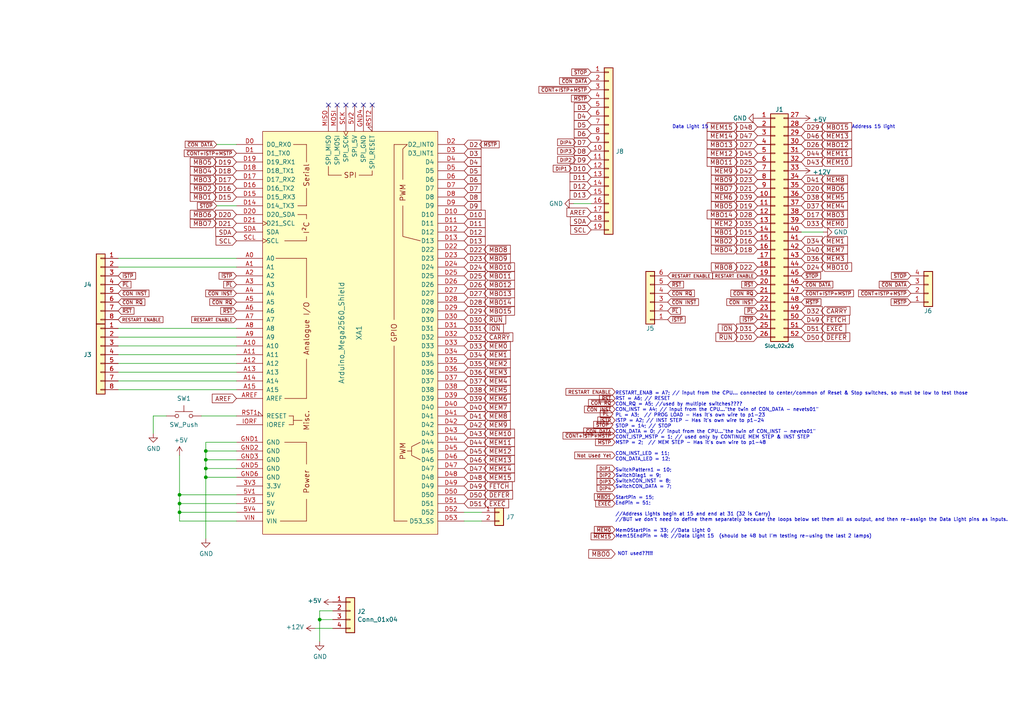
<source format=kicad_sch>
(kicad_sch (version 20230121) (generator eeschema)
  (paper "A4")
  (lib_symbols
    (symbol "Connector_Generic:Conn_01x02" (pin_names (offset 1.016) hide)
      (property "Reference" "J" (at 0 2.54 0))
      (property "Value" "Conn_01x02" (at 0 -5.08 0))
      (symbol "Conn_01x02_1_1"
        (pin passive line (at -5.08 0 0) (length 3.81) (name "Pin_1") (number "1"))
        (pin passive line (at -5.08 -2.54 0) (length 3.81) (name "Pin_2") (number "2"))
      )
    )
    (symbol "Connector_Generic:Conn_01x04" (pin_names (offset 1.016) hide)
      (property "Reference" "J" (at 0 5.08 0))
      (property "Value" "Conn_01x04" (at 0 -7.62 0))
      (symbol "Conn_01x04_1_1"
        (pin passive line (at -5.08 2.54 0) (length 3.81) (name "Pin_1") (number "1"))
        (pin passive line (at -5.08 0 0) (length 3.81) (name "Pin_2") (number "2"))
        (pin passive line (at -5.08 -2.54 0) (length 3.81) (name "Pin_3") (number "3"))
        (pin passive line (at -5.08 -5.08 0) (length 3.81) (name "Pin_4") (number "4"))
      )
    )
    (symbol "Connector_Generic:Conn_01x06" (pin_names (offset 1.016) hide)
      (property "Reference" "J" (at 0 7.62 0))
      (property "Value" "Conn_01x06" (at 0 -10.16 0))
      (symbol "Conn_01x06_1_1"
        (pin passive line (at -5.08 5.08 0) (length 3.81) (name "Pin_1") (number "1"))
        (pin passive line (at -5.08 2.54 0) (length 3.81) (name "Pin_2") (number "2"))
        (pin passive line (at -5.08 0 0) (length 3.81) (name "Pin_3") (number "3"))
        (pin passive line (at -5.08 -2.54 0) (length 3.81) (name "Pin_4") (number "4"))
        (pin passive line (at -5.08 -5.08 0) (length 3.81) (name "Pin_5") (number "5"))
        (pin passive line (at -5.08 -7.62 0) (length 3.81) (name "Pin_6") (number "6"))
      )
    )
    (symbol "Connector_Generic:Conn_01x08" (pin_names (offset 1.016) hide)
      (property "Reference" "J" (at 0 10.16 0))
      (property "Value" "Conn_01x08" (at 0 -12.7 0))
      (symbol "Conn_01x08_1_1"
        (pin passive line (at -5.08 7.62 0) (length 3.81) (name "Pin_1") (number "1"))
        (pin passive line (at -5.08 5.08 0) (length 3.81) (name "Pin_2") (number "2"))
        (pin passive line (at -5.08 2.54 0) (length 3.81) (name "Pin_3") (number "3"))
        (pin passive line (at -5.08 0 0) (length 3.81) (name "Pin_4") (number "4"))
        (pin passive line (at -5.08 -2.54 0) (length 3.81) (name "Pin_5") (number "5"))
        (pin passive line (at -5.08 -5.08 0) (length 3.81) (name "Pin_6") (number "6"))
        (pin passive line (at -5.08 -7.62 0) (length 3.81) (name "Pin_7") (number "7"))
        (pin passive line (at -5.08 -10.16 0) (length 3.81) (name "Pin_8") (number "8"))
      )
    )
    (symbol "Connector_Generic:Conn_01x19" (pin_names (offset 1.016) hide)
      (property "Reference" "J" (at 0 25.4 0))
      (property "Value" "Conn_01x19" (at 0 -25.4 0))
      (symbol "Conn_01x19_1_1"
        (pin passive line (at -5.08 22.86 0) (length 3.81) (name "Pin_1") (number "1"))
        (pin passive line (at -5.08 0 0) (length 3.81) (name "Pin_10") (number "10"))
        (pin passive line (at -5.08 -2.54 0) (length 3.81) (name "Pin_11") (number "11"))
        (pin passive line (at -5.08 -5.08 0) (length 3.81) (name "Pin_12") (number "12"))
        (pin passive line (at -5.08 -7.62 0) (length 3.81) (name "Pin_13") (number "13"))
        (pin passive line (at -5.08 -10.16 0) (length 3.81) (name "Pin_14") (number "14"))
        (pin passive line (at -5.08 -12.7 0) (length 3.81) (name "Pin_15") (number "15"))
        (pin passive line (at -5.08 -15.24 0) (length 3.81) (name "Pin_16") (number "16"))
        (pin passive line (at -5.08 -17.78 0) (length 3.81) (name "Pin_17") (number "17"))
        (pin passive line (at -5.08 -20.32 0) (length 3.81) (name "Pin_18") (number "18"))
        (pin passive line (at -5.08 -22.86 0) (length 3.81) (name "Pin_19") (number "19"))
        (pin passive line (at -5.08 20.32 0) (length 3.81) (name "Pin_2") (number "2"))
        (pin passive line (at -5.08 17.78 0) (length 3.81) (name "Pin_3") (number "3"))
        (pin passive line (at -5.08 15.24 0) (length 3.81) (name "Pin_4") (number "4"))
        (pin passive line (at -5.08 12.7 0) (length 3.81) (name "Pin_5") (number "5"))
        (pin passive line (at -5.08 10.16 0) (length 3.81) (name "Pin_6") (number "6"))
        (pin passive line (at -5.08 7.62 0) (length 3.81) (name "Pin_7") (number "7"))
        (pin passive line (at -5.08 5.08 0) (length 3.81) (name "Pin_8") (number "8"))
        (pin passive line (at -5.08 2.54 0) (length 3.81) (name "Pin_9") (number "9"))
      )
    )
    (symbol "Switch:SW_Push" (pin_numbers hide) (pin_names (offset 1.016) hide)
      (property "Reference" "SW" (at 1.27 2.54 0))
      (property "Value" "SW_Push" (at 0 -1.524 0))
      (symbol "SW_Push_0_1"
        (pin passive line (at -5.08 0 0) (length 2.54) (name "1") (number "1"))
        (pin passive line (at 5.08 0 180) (length 2.54) (name "2") (number "2"))
      )
    )
    (symbol "arduino:Arduino_Mega2560_Shield" (pin_names (offset 1.016))
      (property "Reference" "XA" (at 2.54 0 90))
      (property "Value" "Arduino_Mega2560_Shield" (at -2.54 0 90))
      (symbol "Arduino_Mega2560_Shield_0_0"
        (text "Analogue I/O" (at -12.7 1.27 900) (effects (font (size 1.524 1.524))))
        (text "I²C" (at -12.7 30.48 900) (effects (font (size 1.524 1.524))))
        (text "Misc." (at -12.7 -25.4 900) (effects (font (size 1.524 1.524))))
        (text "Power" (at -12.7 -43.18 900) (effects (font (size 1.524 1.524))))
        (text "PWM" (at 15.24 -34.29 900) (effects (font (size 1.524 1.524))))
        (text "PWM" (at 15.24 40.64 900) (effects (font (size 1.524 1.524))))
        (text "Serial" (at -12.7 45.72 900) (effects (font (size 1.524 1.524))))
        (text "SPI" (at 0 45.72 0) (effects (font (size 1.524 1.524))))
      )
      (symbol "Arduino_Mega2560_Shield_1_0"
        (text "GPIO" (at 12.7 0 900) (effects (font (size 1.524 1.524))))
      )
      (symbol "Arduino_Mega2560_Shield_1_1"
        (pin power_in line (at -33.02 -44.45 0) (length 7.62) (name "3.3V") (number "3V3"))
        (pin power_in line (at -33.02 -46.99 0) (length 7.62) (name "5V") (number "5V1"))
        (pin power_in line (at 1.27 66.04 270) (length 7.62) (name "SPI_5V") (number "5V2"))
        (pin power_in line (at -33.02 -49.53 0) (length 7.62) (name "5V") (number "5V3"))
        (pin power_in line (at -33.02 -52.07 0) (length 7.62) (name "5V") (number "5V4"))
        (pin bidirectional line (at -33.02 21.59 0) (length 7.62) (name "A0") (number "A0"))
        (pin bidirectional line (at -33.02 19.05 0) (length 7.62) (name "A1") (number "A1"))
        (pin bidirectional line (at -33.02 -3.81 0) (length 7.62) (name "A10") (number "A10"))
        (pin bidirectional line (at -33.02 -6.35 0) (length 7.62) (name "A11") (number "A11"))
        (pin bidirectional line (at -33.02 -8.89 0) (length 7.62) (name "A12") (number "A12"))
        (pin bidirectional line (at -33.02 -11.43 0) (length 7.62) (name "A13") (number "A13"))
        (pin bidirectional line (at -33.02 -13.97 0) (length 7.62) (name "A14") (number "A14"))
        (pin bidirectional line (at -33.02 -16.51 0) (length 7.62) (name "A15") (number "A15"))
        (pin bidirectional line (at -33.02 16.51 0) (length 7.62) (name "A2") (number "A2"))
        (pin bidirectional line (at -33.02 13.97 0) (length 7.62) (name "A3") (number "A3"))
        (pin bidirectional line (at -33.02 11.43 0) (length 7.62) (name "A4") (number "A4"))
        (pin bidirectional line (at -33.02 8.89 0) (length 7.62) (name "A5") (number "A5"))
        (pin bidirectional line (at -33.02 6.35 0) (length 7.62) (name "A6") (number "A6"))
        (pin bidirectional line (at -33.02 3.81 0) (length 7.62) (name "A7") (number "A7"))
        (pin bidirectional line (at -33.02 1.27 0) (length 7.62) (name "A8") (number "A8"))
        (pin bidirectional line (at -33.02 -1.27 0) (length 7.62) (name "A9") (number "A9"))
        (pin input line (at -33.02 -19.05 0) (length 7.62) (name "AREF") (number "AREF"))
        (pin bidirectional line (at -33.02 54.61 0) (length 7.62) (name "D0_RX0") (number "D0"))
        (pin bidirectional line (at -33.02 52.07 0) (length 7.62) (name "D1_TX0") (number "D1"))
        (pin bidirectional line (at 33.02 34.29 180) (length 7.62) (name "D10") (number "D10"))
        (pin bidirectional line (at 33.02 31.75 180) (length 7.62) (name "D11") (number "D11"))
        (pin bidirectional line (at 33.02 29.21 180) (length 7.62) (name "D12") (number "D12"))
        (pin bidirectional line (at 33.02 26.67 180) (length 7.62) (name "D13") (number "D13"))
        (pin bidirectional line (at -33.02 36.83 0) (length 7.62) (name "D14_TX3") (number "D14"))
        (pin bidirectional line (at -33.02 39.37 0) (length 7.62) (name "D15_RX3") (number "D15"))
        (pin bidirectional line (at -33.02 41.91 0) (length 7.62) (name "D16_TX2") (number "D16"))
        (pin bidirectional line (at -33.02 44.45 0) (length 7.62) (name "D17_RX2") (number "D17"))
        (pin bidirectional line (at -33.02 46.99 0) (length 7.62) (name "D18_TX1") (number "D18"))
        (pin bidirectional line (at -33.02 49.53 0) (length 7.62) (name "D19_RX1") (number "D19"))
        (pin bidirectional line (at 33.02 54.61 180) (length 7.62) (name "D2_INT0") (number "D2"))
        (pin bidirectional line (at -33.02 34.29 0) (length 7.62) (name "D20_SDA") (number "D20"))
        (pin bidirectional clock (at -33.02 31.75 0) (length 7.62) (name "D21_SCL") (number "D21"))
        (pin bidirectional line (at 33.02 24.13 180) (length 7.62) (name "D22") (number "D22"))
        (pin bidirectional line (at 33.02 21.59 180) (length 7.62) (name "D23") (number "D23"))
        (pin bidirectional line (at 33.02 19.05 180) (length 7.62) (name "D24") (number "D24"))
        (pin bidirectional line (at 33.02 16.51 180) (length 7.62) (name "D25") (number "D25"))
        (pin bidirectional line (at 33.02 13.97 180) (length 7.62) (name "D26") (number "D26"))
        (pin bidirectional line (at 33.02 11.43 180) (length 7.62) (name "D27") (number "D27"))
        (pin bidirectional line (at 33.02 8.89 180) (length 7.62) (name "D28") (number "D28"))
        (pin bidirectional line (at 33.02 6.35 180) (length 7.62) (name "D29") (number "D29"))
        (pin bidirectional line (at 33.02 52.07 180) (length 7.62) (name "D3_INT1") (number "D3"))
        (pin bidirectional line (at 33.02 3.81 180) (length 7.62) (name "D30") (number "D30"))
        (pin bidirectional line (at 33.02 1.27 180) (length 7.62) (name "D31") (number "D31"))
        (pin bidirectional line (at 33.02 -1.27 180) (length 7.62) (name "D32") (number "D32"))
        (pin bidirectional line (at 33.02 -3.81 180) (length 7.62) (name "D33") (number "D33"))
        (pin bidirectional line (at 33.02 -6.35 180) (length 7.62) (name "D34") (number "D34"))
        (pin bidirectional line (at 33.02 -8.89 180) (length 7.62) (name "D35") (number "D35"))
        (pin bidirectional line (at 33.02 -11.43 180) (length 7.62) (name "D36") (number "D36"))
        (pin bidirectional line (at 33.02 -13.97 180) (length 7.62) (name "D37") (number "D37"))
        (pin bidirectional line (at 33.02 -16.51 180) (length 7.62) (name "D38") (number "D38"))
        (pin bidirectional line (at 33.02 -19.05 180) (length 7.62) (name "D39") (number "D39"))
        (pin bidirectional line (at 33.02 49.53 180) (length 7.62) (name "D4") (number "D4"))
        (pin bidirectional line (at 33.02 -21.59 180) (length 7.62) (name "D40") (number "D40"))
        (pin bidirectional line (at 33.02 -24.13 180) (length 7.62) (name "D41") (number "D41"))
        (pin bidirectional line (at 33.02 -26.67 180) (length 7.62) (name "D42") (number "D42"))
        (pin bidirectional line (at 33.02 -29.21 180) (length 7.62) (name "D43") (number "D43"))
        (pin bidirectional line (at 33.02 -31.75 180) (length 7.62) (name "D44") (number "D44"))
        (pin bidirectional line (at 33.02 -34.29 180) (length 7.62) (name "D45") (number "D45"))
        (pin bidirectional line (at 33.02 -36.83 180) (length 7.62) (name "D46") (number "D46"))
        (pin bidirectional line (at 33.02 -39.37 180) (length 7.62) (name "D47") (number "D47"))
        (pin bidirectional line (at 33.02 -41.91 180) (length 7.62) (name "D48") (number "D48"))
        (pin bidirectional line (at 33.02 -44.45 180) (length 7.62) (name "D49") (number "D49"))
        (pin bidirectional line (at 33.02 46.99 180) (length 7.62) (name "D5") (number "D5"))
        (pin bidirectional line (at 33.02 -46.99 180) (length 7.62) (name "D50") (number "D50"))
        (pin bidirectional line (at 33.02 -49.53 180) (length 7.62) (name "D51") (number "D51"))
        (pin bidirectional line (at 33.02 -52.07 180) (length 7.62) (name "D52") (number "D52"))
        (pin bidirectional line (at 33.02 -54.61 180) (length 7.62) (name "D53_SS") (number "D53"))
        (pin bidirectional line (at 33.02 44.45 180) (length 7.62) (name "D6") (number "D6"))
        (pin bidirectional line (at 33.02 41.91 180) (length 7.62) (name "D7") (number "D7"))
        (pin bidirectional line (at 33.02 39.37 180) (length 7.62) (name "D8") (number "D8"))
        (pin bidirectional line (at 33.02 36.83 180) (length 7.62) (name "D9") (number "D9"))
        (pin power_in line (at -33.02 -31.75 0) (length 7.62) (name "GND") (number "GND1"))
        (pin power_in line (at -33.02 -34.29 0) (length 7.62) (name "GND") (number "GND2"))
        (pin power_in line (at -33.02 -36.83 0) (length 7.62) (name "GND") (number "GND3"))
        (pin power_in line (at 3.81 66.04 270) (length 7.62) (name "SPI_GND") (number "GND4"))
        (pin power_in line (at -33.02 -39.37 0) (length 7.62) (name "GND") (number "GND5"))
        (pin power_in line (at -33.02 -41.91 0) (length 7.62) (name "GND") (number "GND6"))
        (pin output line (at -33.02 -26.67 0) (length 7.62) (name "IOREF") (number "IORF"))
        (pin input line (at -6.35 66.04 270) (length 7.62) (name "SPI_MISO") (number "MISO"))
        (pin output line (at -3.81 66.04 270) (length 7.62) (name "SPI_MOSI") (number "MOSI"))
        (pin open_collector input_low (at -33.02 -24.13 0) (length 7.62) (name "RESET") (number "RST1"))
        (pin open_collector input_low (at 6.35 66.04 270) (length 7.62) (name "SPI_RESET") (number "RST2"))
        (pin output clock (at -1.27 66.04 270) (length 7.62) (name "SPI_SCK") (number "SCK"))
        (pin bidirectional clock (at -33.02 26.67 0) (length 7.62) (name "SCL") (number "SCL"))
        (pin bidirectional line (at -33.02 29.21 0) (length 7.62) (name "SDA") (number "SDA"))
        (pin power_in line (at -33.02 -54.61 0) (length 7.62) (name "VIN") (number "VIN"))
      )
    )
    (symbol "port_nova:Slot_02x26" (pin_names (offset 1.016) hide)
      (property "Reference" "J" (at 0 34.29 0))
      (property "Value" "Slot_02x26" (at 0 -34.29 0))
      (symbol "Slot_02x26_1_1"
        (pin passive line (at -6.35 31.75 0) (length 3.81) (name "Pin_1") (number "1"))
        (pin passive line (at -6.35 8.89 0) (length 3.81) (name "Pin_10") (number "10"))
        (pin passive line (at -6.35 6.35 0) (length 3.81) (name "Pin_11") (number "11"))
        (pin passive line (at -6.35 3.81 0) (length 3.81) (name "Pin_12") (number "12"))
        (pin passive line (at -6.35 1.27 0) (length 3.81) (name "Pin_13") (number "13"))
        (pin passive line (at -6.35 -1.27 0) (length 3.81) (name "Pin_14") (number "14"))
        (pin passive line (at -6.35 -3.81 0) (length 3.81) (name "Pin_15") (number "15"))
        (pin passive line (at -6.35 -6.35 0) (length 3.81) (name "Pin_16") (number "16"))
        (pin passive line (at -6.35 -8.89 0) (length 3.81) (name "Pin_17") (number "17"))
        (pin passive line (at -6.35 -11.43 0) (length 3.81) (name "Pin_18") (number "18"))
        (pin passive line (at -6.35 -13.97 0) (length 3.81) (name "Pin_19") (number "19"))
        (pin passive line (at -6.35 29.21 0) (length 3.81) (name "Pin_2") (number "2"))
        (pin passive line (at -6.35 -16.51 0) (length 3.81) (name "Pin_20") (number "20"))
        (pin passive line (at -6.35 -19.05 0) (length 3.81) (name "Pin_21") (number "21"))
        (pin passive line (at -6.35 -21.59 0) (length 3.81) (name "Pin_22") (number "22"))
        (pin passive line (at -6.35 -24.13 0) (length 3.81) (name "Pin_23") (number "23"))
        (pin passive line (at -6.35 -26.67 0) (length 3.81) (name "Pin_24") (number "24"))
        (pin passive line (at -6.35 -29.21 0) (length 3.81) (name "Pin_25") (number "25"))
        (pin passive line (at -6.35 -31.75 0) (length 3.81) (name "Pin_26") (number "26"))
        (pin passive line (at 6.35 31.75 180) (length 3.81) (name "Pin_27") (number "27"))
        (pin passive line (at 6.35 29.21 180) (length 3.81) (name "Pin_28") (number "28"))
        (pin passive line (at 6.35 26.67 180) (length 3.81) (name "Pin_29") (number "29"))
        (pin passive line (at -6.35 26.67 0) (length 3.81) (name "Pin_3") (number "3"))
        (pin passive line (at 6.35 24.13 180) (length 3.81) (name "Pin_30") (number "30"))
        (pin passive line (at 6.35 21.59 180) (length 3.81) (name "Pin_31") (number "31"))
        (pin passive line (at 6.35 19.05 180) (length 3.81) (name "Pin_32") (number "32"))
        (pin passive line (at 6.35 16.51 180) (length 3.81) (name "Pin_33") (number "33"))
        (pin passive line (at 6.35 13.97 180) (length 3.81) (name "Pin_34") (number "34"))
        (pin passive line (at 6.35 11.43 180) (length 3.81) (name "Pin_35") (number "35"))
        (pin passive line (at 6.35 8.89 180) (length 3.81) (name "Pin_36") (number "36"))
        (pin passive line (at 6.35 6.35 180) (length 3.81) (name "Pin_37") (number "37"))
        (pin passive line (at 6.35 3.81 180) (length 3.81) (name "Pin_38") (number "38"))
        (pin passive line (at 6.35 1.27 180) (length 3.81) (name "Pin_39") (number "39"))
        (pin passive line (at -6.35 24.13 0) (length 3.81) (name "Pin_4") (number "4"))
        (pin passive line (at 6.35 -1.27 180) (length 3.81) (name "Pin_40") (number "40"))
        (pin passive line (at 6.35 -3.81 180) (length 3.81) (name "Pin_41") (number "41"))
        (pin passive line (at 6.35 -6.35 180) (length 3.81) (name "Pin_42") (number "42"))
        (pin passive line (at 6.35 -8.89 180) (length 3.81) (name "Pin_43") (number "43"))
        (pin passive line (at 6.35 -11.43 180) (length 3.81) (name "Pin_44") (number "44"))
        (pin passive line (at 6.35 -13.97 180) (length 3.81) (name "Pin_45") (number "45"))
        (pin passive line (at 6.35 -16.51 180) (length 3.81) (name "Pin_46") (number "46"))
        (pin passive line (at 6.35 -19.05 180) (length 3.81) (name "Pin_47") (number "47"))
        (pin passive line (at 6.35 -21.59 180) (length 3.81) (name "Pin_48") (number "48"))
        (pin passive line (at 6.35 -24.13 180) (length 3.81) (name "Pin_49") (number "49"))
        (pin passive line (at -6.35 21.59 0) (length 3.81) (name "Pin_5") (number "5"))
        (pin passive line (at 6.35 -26.67 180) (length 3.81) (name "Pin_50") (number "50"))
        (pin passive line (at 6.35 -29.21 180) (length 3.81) (name "Pin_51") (number "51"))
        (pin passive line (at 6.35 -31.75 180) (length 3.81) (name "Pin_52") (number "52"))
        (pin passive line (at -6.35 19.05 0) (length 3.81) (name "Pin_6") (number "6"))
        (pin passive line (at -6.35 16.51 0) (length 3.81) (name "Pin_7") (number "7"))
        (pin passive line (at -6.35 13.97 0) (length 3.81) (name "Pin_8") (number "8"))
        (pin passive line (at -6.35 11.43 0) (length 3.81) (name "Pin_9") (number "9"))
      )
    )
    (symbol "power:+12V" (power) (pin_names (offset 0))
      (property "Value" "+12V" (at 0 3.556 0))
      (symbol "+12V_1_1"
        (pin power_in line (at 0 0 90) (length 0) hide (name "+12V") (number "1"))
      )
    )
    (symbol "power:+5V" (power) (pin_names (offset 0))
      (property "Value" "+5V" (at 0 3.556 0))
      (symbol "+5V_1_1"
        (pin power_in line (at 0 0 90) (length 0) hide (name "+5V") (number "1"))
      )
    )
    (symbol "power:GND" (power) (pin_names (offset 0))
      (property "Value" "GND" (at 0 -3.81 0))
      (symbol "GND_1_1"
        (pin power_in line (at 0 0 270) (length 0) hide (name "GND") (number "1"))
      )
    )
  )
  (junction (at 59.69 133.35))
  (junction (at 52.07 148.59))
  (junction (at 52.07 143.51))
  (junction (at 59.69 138.43))
  (junction (at 52.07 146.05))
  (junction (at 92.71 179.705))
  (junction (at 59.69 135.89))
  (junction (at 59.69 130.81))
  (no_connect (at 107.95 30.48))
  (no_connect (at 102.87 30.48))
  (no_connect (at 105.41 30.48))
  (no_connect (at 97.79 30.48))
  (no_connect (at 100.33 30.48))
  (no_connect (at 95.25 30.48))
  (wire (pts (xy 52.07 146.05) (xy 52.07 143.51)))
  (wire (pts (xy 68.58 151.13) (xy 52.07 151.13)))
  (wire (pts (xy 139.7 151.13) (xy 134.62 151.13)))
  (wire (pts (xy 96.52 179.705) (xy 92.71 179.705)))
  (wire (pts (xy 59.69 133.35) (xy 59.69 130.81)))
  (wire (pts (xy 68.58 143.51) (xy 52.07 143.51)))
  (wire (pts (xy 68.58 146.05) (xy 52.07 146.05)))
  (wire (pts (xy 92.71 179.705) (xy 92.71 177.165)))
  (wire (pts (xy 34.29 100.33) (xy 68.58 100.33)))
  (wire (pts (xy 91.44 182.245) (xy 96.52 182.245)))
  (wire (pts (xy 134.62 148.59) (xy 139.7 148.59)))
  (wire (pts (xy 68.58 148.59) (xy 52.07 148.59)))
  (wire (pts (xy 62.865 59.69) (xy 68.58 59.69)))
  (wire (pts (xy 34.29 97.79) (xy 68.58 97.79)))
  (wire (pts (xy 34.29 105.41) (xy 68.58 105.41)))
  (wire (pts (xy 34.29 110.49) (xy 68.58 110.49)))
  (wire (pts (xy 52.07 148.59) (xy 52.07 146.05)))
  (wire (pts (xy 52.07 151.13) (xy 52.07 148.59)))
  (wire (pts (xy 34.29 107.95) (xy 68.58 107.95)))
  (wire (pts (xy 59.69 138.43) (xy 59.69 135.89)))
  (wire (pts (xy 166.37 59.055) (xy 171.45 59.055)))
  (wire (pts (xy 34.29 74.93) (xy 68.58 74.93)))
  (wire (pts (xy 34.29 102.87) (xy 68.58 102.87)))
  (wire (pts (xy 92.71 186.055) (xy 92.71 179.705)))
  (wire (pts (xy 92.71 177.165) (xy 96.52 177.165)))
  (wire (pts (xy 34.29 113.03) (xy 68.58 113.03)))
  (wire (pts (xy 52.07 143.51) (xy 52.07 132.08)))
  (wire (pts (xy 59.69 128.27) (xy 68.58 128.27)))
  (wire (pts (xy 44.45 120.65) (xy 48.26 120.65)))
  (wire (pts (xy 232.41 67.31) (xy 238.76 67.31)))
  (wire (pts (xy 68.58 133.35) (xy 59.69 133.35)))
  (wire (pts (xy 59.69 156.21) (xy 59.69 138.43)))
  (wire (pts (xy 68.58 138.43) (xy 59.69 138.43)))
  (wire (pts (xy 68.58 130.81) (xy 59.69 130.81)))
  (wire (pts (xy 62.865 41.91) (xy 68.58 41.91)))
  (wire (pts (xy 68.58 135.89) (xy 59.69 135.89)))
  (wire (pts (xy 44.45 125.73) (xy 44.45 120.65)))
  (wire (pts (xy 34.29 77.47) (xy 68.58 77.47)))
  (wire (pts (xy 34.29 95.25) (xy 68.58 95.25)))
  (wire (pts (xy 59.69 130.81) (xy 59.69 128.27)))
  (wire (pts (xy 58.42 120.65) (xy 68.58 120.65)))
  (wire (pts (xy 59.69 135.89) (xy 59.69 133.35)))
  (text "Address 15 light" (at 247.015 37.465 0) (effects (font (size 0.9906 0.9906)) (justify left bottom)))
  (text "RESTART_ENAB = A7; // input from the CPU... connected to center/common of Reset & Stop switches, so must be low to test those\nRST = A6; // RESET\nCON_RQ = A5; //used by multiple switches????\nCON_INST = A4; // input from the CPU...\"the twin of CON_DATA - nevets01\"\nPL = A3;  // PROG LOAD - Has it's own wire to p1-23 \nISTP = A2; // INST STEP - Has it's own wire to p1-24\nSTOP = 14; // STOP\nCON_DATA = 0; // input from the CPU...\"the twin of CON_INST - nevets01\"\nCONT_ISTP_MSTP = 1; // used only by CONTINUE MEM STEP & INST STEP\nMSTP = 2;  // MEM STEP - Has it's own wire to p1-48\n\nCON_INST_LED = 11;  \nCON_DATA_LED = 12; \n\nSwitchPattern1 = 10;\nSwitchDiag1 = 9;\nSwitchCON_INST = 8;\nSwitchCON_DATA = 7;\n\nStartPin = 15;\nEndPin = 51;\n\n//Address Lights begin at 15 and end at 31 (32 is Carry)\n//BUT we don't need to define them separately because the loops below set them all as output, and then re-assign the Data Light pins as inputs.\n\nMem0StartPin = 33; //Data Light 0\nMem15EndPin = 48; //Data Light 15  (should be 48 but I'm testing re-using the last 2 lamps)\n\n\n" (at 178.435 159.385 0) (effects (font (size 0.9906 0.9906)) (justify left bottom)))
  (text "Data Light 15 " (at 194.945 37.465 0) (effects (font (size 0.9906 0.9906)) (justify left bottom)))
  (text "NOT used??!!!\n" (at 179.07 161.29 0) (effects (font (size 0.9906 0.9906)) (justify left bottom)))
  (global_label "~{MEM9}" (shape input) (at 140.335 123.19 0) (property "Intersheetrefs" "${INTERSHEET_REFS}" (effects hide)))
  (global_label "D31" (shape input) (at 219.71 95.25 180) (property "Intersheetrefs" "${INTERSHEET_REFS}" (effects hide)))
  (global_label "D50" (shape input) (at 232.41 97.79 0) (property "Intersheetrefs" "${INTERSHEET_REFS}" (effects hide)))
  (global_label "~{CON DATA}" (shape input) (at 264.16 82.55 180) (effects (font (size 0.9906 0.9906))) (property "Intersheetrefs" "${INTERSHEET_REFS}" (effects hide)))
  (global_label "~{CON INST}" (shape input) (at 219.71 87.63 180) (effects (font (size 0.9906 0.9906))) (property "Intersheetrefs" "${INTERSHEET_REFS}" (effects hide)))
  (global_label "~{MBO12}" (shape input) (at 140.335 82.55 0) (property "Intersheetrefs" "${INTERSHEET_REFS}" (effects hide)))
  (global_label "D10" (shape input) (at 134.62 62.23 0) (property "Intersheetrefs" "${INTERSHEET_REFS}" (effects hide)))
  (global_label "D21" (shape input) (at 219.71 54.61 180) (property "Intersheetrefs" "${INTERSHEET_REFS}" (effects hide)))
  (global_label "~{MBO2}" (shape input) (at 213.995 69.85 180) (property "Intersheetrefs" "${INTERSHEET_REFS}" (effects hide)))
  (global_label "~{MBO4}" (shape input) (at 213.995 72.39 180) (property "Intersheetrefs" "${INTERSHEET_REFS}" (effects hide)))
  (global_label "~{MEM15}" (shape input) (at 140.335 138.43 0) (property "Intersheetrefs" "${INTERSHEET_REFS}" (effects hide)))
  (global_label "~{MSTP}" (shape input) (at 232.41 87.63 0) (effects (font (size 0.9906 0.9906))) (property "Intersheetrefs" "${INTERSHEET_REFS}" (effects hide)))
  (global_label "~{MEM14}" (shape input) (at 140.335 135.89 0) (property "Intersheetrefs" "${INTERSHEET_REFS}" (effects hide)))
  (global_label "~{MBO8}" (shape input) (at 213.995 77.47 180) (property "Intersheetrefs" "${INTERSHEET_REFS}" (effects hide)))
  (global_label "D40" (shape input) (at 232.41 72.39 0) (property "Intersheetrefs" "${INTERSHEET_REFS}" (effects hide)))
  (global_label "D18" (shape input) (at 219.71 72.39 180) (property "Intersheetrefs" "${INTERSHEET_REFS}" (effects hide)))
  (global_label "D45" (shape input) (at 134.62 130.81 0) (property "Intersheetrefs" "${INTERSHEET_REFS}" (effects hide)))
  (global_label "D26" (shape input) (at 134.62 82.55 0) (property "Intersheetrefs" "${INTERSHEET_REFS}" (effects hide)))
  (global_label "~{CON DATA}" (shape input) (at 232.41 82.55 0) (effects (font (size 0.9906 0.9906))) (property "Intersheetrefs" "${INTERSHEET_REFS}" (effects hide)))
  (global_label "D28" (shape input) (at 219.71 62.23 180) (property "Intersheetrefs" "${INTERSHEET_REFS}" (effects hide)))
  (global_label "D16" (shape input) (at 219.71 69.85 180) (property "Intersheetrefs" "${INTERSHEET_REFS}" (effects hide)))
  (global_label "D34" (shape input) (at 134.62 102.87 0) (property "Intersheetrefs" "${INTERSHEET_REFS}" (effects hide)))
  (global_label "D17" (shape input) (at 232.41 62.23 0) (property "Intersheetrefs" "${INTERSHEET_REFS}" (effects hide)))
  (global_label "~{MEM12}" (shape input) (at 140.335 130.81 0) (property "Intersheetrefs" "${INTERSHEET_REFS}" (effects hide)))
  (global_label "D7" (shape input) (at 134.62 54.61 0) (property "Intersheetrefs" "${INTERSHEET_REFS}" (effects hide)))
  (global_label "~{MSTP}" (shape input) (at 178.435 128.27 180) (effects (font (size 0.9906 0.9906))) (property "Intersheetrefs" "${INTERSHEET_REFS}" (effects hide)))
  (global_label "~{EXEC}" (shape input) (at 178.435 146.05 180) (effects (font (size 1 1))) (property "Intersheetrefs" "${INTERSHEET_REFS}" (effects hide)))
  (global_label "~{CON DATA}" (shape input) (at 62.865 41.91 180) (effects (font (size 0.9906 0.9906))) (property "Intersheetrefs" "${INTERSHEET_REFS}" (effects hide)))
  (global_label "~{DEFER}" (shape input) (at 140.335 143.51 0) (property "Intersheetrefs" "${INTERSHEET_REFS}" (effects hide)))
  (global_label "D49" (shape input) (at 134.62 140.97 0) (property "Intersheetrefs" "${INTERSHEET_REFS}" (effects hide)))
  (global_label "~{ISTP}" (shape input) (at 68.58 80.01 180) (effects (font (size 0.9906 0.9906))) (property "Intersheetrefs" "${INTERSHEET_REFS}" (effects hide)))
  (global_label "D22" (shape input) (at 134.62 72.39 0) (property "Intersheetrefs" "${INTERSHEET_REFS}" (effects hide)))
  (global_label "~{MBO5}" (shape input) (at 62.865 46.99 180) (property "Intersheetrefs" "${INTERSHEET_REFS}" (effects hide)))
  (global_label "D27" (shape input) (at 219.71 41.91 180) (property "Intersheetrefs" "${INTERSHEET_REFS}" (effects hide)))
  (global_label "~{MEM12}" (shape input) (at 213.995 44.45 180) (property "Intersheetrefs" "${INTERSHEET_REFS}" (effects hide)))
  (global_label "~{MEM1}" (shape input) (at 140.335 102.87 0) (property "Intersheetrefs" "${INTERSHEET_REFS}" (effects hide)))
  (global_label "~{ISTP}" (shape input) (at 178.435 121.92 180) (effects (font (size 0.9906 0.9906))) (property "Intersheetrefs" "${INTERSHEET_REFS}" (effects hide)))
  (global_label "~{RUN}" (shape input) (at 140.335 92.71 0) (property "Intersheetrefs" "${INTERSHEET_REFS}" (effects hide)))
  (global_label "D3" (shape input) (at 171.45 31.115 180) (property "Intersheetrefs" "${INTERSHEET_REFS}" (effects hide)))
  (global_label "~{MEM11}" (shape input) (at 238.125 44.45 0) (property "Intersheetrefs" "${INTERSHEET_REFS}" (effects hide)))
  (global_label "~{RUN}" (shape input) (at 213.995 97.79 180) (property "Intersheetrefs" "${INTERSHEET_REFS}" (effects hide)))
  (global_label "~{MBO14}" (shape input) (at 213.995 62.23 180) (property "Intersheetrefs" "${INTERSHEET_REFS}" (effects hide)))
  (global_label "~{MBO8}" (shape input) (at 140.335 72.39 0) (property "Intersheetrefs" "${INTERSHEET_REFS}" (effects hide)))
  (global_label "D39" (shape input) (at 134.62 115.57 0) (property "Intersheetrefs" "${INTERSHEET_REFS}" (effects hide)))
  (global_label "RESTART ENABLE" (shape input) (at 193.675 80.01 0) (effects (font (size 0.9 0.9))) (property "Intersheetrefs" "${INTERSHEET_REFS}" (effects hide)))
  (global_label "~{MBO1}" (shape input) (at 178.435 144.145 180) (effects (font (size 1 1))) (property "Intersheetrefs" "${INTERSHEET_REFS}" (effects hide)))
  (global_label "D32" (shape input) (at 232.41 90.17 0) (property "Intersheetrefs" "${INTERSHEET_REFS}" (effects hide)))
  (global_label "~{MEM4}" (shape input) (at 140.335 110.49 0) (property "Intersheetrefs" "${INTERSHEET_REFS}" (effects hide)))
  (global_label "~{CONT+ISTP+MSTP}" (shape input) (at 264.16 85.09 180) (effects (font (size 0.9906 0.9906))) (property "Intersheetrefs" "${INTERSHEET_REFS}" (effects hide)))
  (global_label "D43" (shape input) (at 134.62 125.73 0) (property "Intersheetrefs" "${INTERSHEET_REFS}" (effects hide)))
  (global_label "~{STOP}" (shape input) (at 177.8 123.19 180) (effects (font (size 0.9906 0.9906))) (property "Intersheetrefs" "${INTERSHEET_REFS}" (effects hide)))
  (global_label "RESTART ENABLE" (shape input) (at 34.29 92.71 0) (effects (font (size 0.9 0.9))) (property "Intersheetrefs" "${INTERSHEET_REFS}" (effects hide)))
  (global_label "~{MBO12}" (shape input) (at 238.125 41.91 0) (property "Intersheetrefs" "${INTERSHEET_REFS}" (effects hide)))
  (global_label "~{MBO14}" (shape input) (at 140.335 87.63 0) (property "Intersheetrefs" "${INTERSHEET_REFS}" (effects hide)))
  (global_label "AREF" (shape input) (at 171.45 61.595 180) (property "Intersheetrefs" "${INTERSHEET_REFS}" (effects hide)))
  (global_label "~{MBO11}" (shape input) (at 213.995 46.99 180) (property "Intersheetrefs" "${INTERSHEET_REFS}" (effects hide)))
  (global_label "D18" (shape input) (at 68.58 49.53 180) (property "Intersheetrefs" "${INTERSHEET_REFS}" (effects hide)))
  (global_label "~{MEM0}" (shape input) (at 238.125 64.77 0) (property "Intersheetrefs" "${INTERSHEET_REFS}" (effects hide)))
  (global_label "~{MBO10}" (shape input) (at 140.335 77.47 0) (property "Intersheetrefs" "${INTERSHEET_REFS}" (effects hide)))
  (global_label "D29" (shape input) (at 134.62 90.17 0) (property "Intersheetrefs" "${INTERSHEET_REFS}" (effects hide)))
  (global_label "~{MBO15}" (shape input) (at 238.125 36.83 0) (property "Intersheetrefs" "${INTERSHEET_REFS}" (effects hide)))
  (global_label "D33" (shape input) (at 134.62 100.33 0) (property "Intersheetrefs" "${INTERSHEET_REFS}" (effects hide)))
  (global_label "~{CON INST}" (shape input) (at 68.58 85.09 180) (effects (font (size 0.9906 0.9906))) (property "Intersheetrefs" "${INTERSHEET_REFS}" (effects hide)))
  (global_label "~{MBO0}" (shape input) (at 178.435 160.655 180) (property "Intersheetrefs" "${INTERSHEET_REFS}" (effects hide)))
  (global_label "D38" (shape input) (at 232.41 57.15 0) (property "Intersheetrefs" "${INTERSHEET_REFS}" (effects hide)))
  (global_label "~{CON DATA}" (shape input) (at 178.435 125.095 180) (effects (font (size 0.9906 0.9906))) (property "Intersheetrefs" "${INTERSHEET_REFS}" (effects hide)))
  (global_label "D41" (shape input) (at 232.41 52.07 0) (property "Intersheetrefs" "${INTERSHEET_REFS}" (effects hide)))
  (global_label "~{CON RQ}" (shape input) (at 193.675 85.09 0) (effects (font (size 0.9906 0.9906))) (property "Intersheetrefs" "${INTERSHEET_REFS}" (effects hide)))
  (global_label "~{RST}" (shape input) (at 34.29 90.17 0) (effects (font (size 0.9906 0.9906))) (property "Intersheetrefs" "${INTERSHEET_REFS}" (effects hide)))
  (global_label "SDA" (shape input) (at 171.45 64.135 180) (property "Intersheetrefs" "${INTERSHEET_REFS}" (effects hide)))
  (global_label "D11" (shape input) (at 134.62 64.77 0) (property "Intersheetrefs" "${INTERSHEET_REFS}" (effects hide)))
  (global_label "~{MEM5}" (shape input) (at 238.125 57.15 0) (property "Intersheetrefs" "${INTERSHEET_REFS}" (effects hide)))
  (global_label "D42" (shape input) (at 134.62 123.19 0) (property "Intersheetrefs" "${INTERSHEET_REFS}" (effects hide)))
  (global_label "~{PL}" (shape input) (at 193.675 90.17 0) (effects (font (size 0.996 0.996))) (property "Intersheetrefs" "${INTERSHEET_REFS}" (effects hide)))
  (global_label "D50" (shape input) (at 134.62 143.51 0) (property "Intersheetrefs" "${INTERSHEET_REFS}" (effects hide)))
  (global_label "D30" (shape input) (at 134.62 92.71 0) (property "Intersheetrefs" "${INTERSHEET_REFS}" (effects hide)))
  (global_label "D32" (shape input) (at 134.62 97.79 0) (property "Intersheetrefs" "${INTERSHEET_REFS}" (effects hide)))
  (global_label "~{STOP}" (shape input) (at 232.41 80.01 0) (effects (font (size 0.9906 0.9906))) (property "Intersheetrefs" "${INTERSHEET_REFS}" (effects hide)))
  (global_label "~{CARRY}" (shape input) (at 140.335 97.79 0) (property "Intersheetrefs" "${INTERSHEET_REFS}" (effects hide)))
  (global_label "~{MBO2}" (shape input) (at 62.865 54.61 180) (property "Intersheetrefs" "${INTERSHEET_REFS}" (effects hide)))
  (global_label "D49" (shape input) (at 232.41 92.71 0) (property "Intersheetrefs" "${INTERSHEET_REFS}" (effects hide)))
  (global_label "D48" (shape input) (at 219.71 36.83 180) (property "Intersheetrefs" "${INTERSHEET_REFS}" (effects hide)))
  (global_label "~{CON INST}" (shape input) (at 178.435 118.745 180) (effects (font (size 0.9906 0.9906))) (property "Intersheetrefs" "${INTERSHEET_REFS}" (effects hide)))
  (global_label "~{MBO7}" (shape input) (at 62.865 64.77 180) (property "Intersheetrefs" "${INTERSHEET_REFS}" (effects hide)))
  (global_label "SCL" (shape input) (at 171.45 66.675 180) (property "Intersheetrefs" "${INTERSHEET_REFS}" (effects hide)))
  (global_label "~{MBO5}" (shape input) (at 213.995 59.69 180) (property "Intersheetrefs" "${INTERSHEET_REFS}" (effects hide)))
  (global_label "D4" (shape input) (at 134.62 46.99 0) (property "Intersheetrefs" "${INTERSHEET_REFS}" (effects hide)))
  (global_label "D10" (shape input) (at 171.45 48.895 180) (property "Intersheetrefs" "${INTERSHEET_REFS}" (effects hide)))
  (global_label "D20" (shape input) (at 232.41 54.61 0) (property "Intersheetrefs" "${INTERSHEET_REFS}" (effects hide)))
  (global_label "D23" (shape input) (at 219.71 52.07 180) (property "Intersheetrefs" "${INTERSHEET_REFS}" (effects hide)))
  (global_label "D25" (shape input) (at 219.71 46.99 180) (property "Intersheetrefs" "${INTERSHEET_REFS}" (effects hide)))
  (global_label "~{MBO13}" (shape input) (at 213.995 41.91 180) (property "Intersheetrefs" "${INTERSHEET_REFS}" (effects hide)))
  (global_label "~{MEM10}" (shape input) (at 140.335 125.73 0) (property "Intersheetrefs" "${INTERSHEET_REFS}" (effects hide)))
  (global_label "~{PL}" (shape input) (at 34.29 82.55 0) (effects (font (size 0.996 0.996))) (property "Intersheetrefs" "${INTERSHEET_REFS}" (effects hide)))
  (global_label "D43" (shape input) (at 232.41 46.99 0) (property "Intersheetrefs" "${INTERSHEET_REFS}" (effects hide)))
  (global_label "D38" (shape input) (at 134.62 113.03 0) (property "Intersheetrefs" "${INTERSHEET_REFS}" (effects hide)))
  (global_label "~{MEM3}" (shape input) (at 238.125 74.93 0) (property "Intersheetrefs" "${INTERSHEET_REFS}" (effects hide)))
  (global_label "D11" (shape input) (at 171.45 51.435 180) (property "Intersheetrefs" "${INTERSHEET_REFS}" (effects hide)))
  (global_label "~{MBO3}" (shape input) (at 238.125 62.23 0) (property "Intersheetrefs" "${INTERSHEET_REFS}" (effects hide)))
  (global_label "~{DEFER}" (shape input) (at 238.125 97.79 0) (property "Intersheetrefs" "${INTERSHEET_REFS}" (effects hide)))
  (global_label "D9" (shape input) (at 171.45 46.355 180) (property "Intersheetrefs" "${INTERSHEET_REFS}" (effects hide)))
  (global_label "~{CARRY}" (shape input) (at 238.125 90.17 0) (property "Intersheetrefs" "${INTERSHEET_REFS}" (effects hide)))
  (global_label "D20" (shape input) (at 68.58 62.23 180) (property "Intersheetrefs" "${INTERSHEET_REFS}" (effects hide)))
  (global_label "D42" (shape input) (at 219.71 49.53 180) (property "Intersheetrefs" "${INTERSHEET_REFS}" (effects hide)))
  (global_label "D5" (shape input) (at 171.45 36.195 180) (property "Intersheetrefs" "${INTERSHEET_REFS}" (effects hide)))
  (global_label "~{MBO10}" (shape input) (at 238.125 77.47 0) (property "Intersheetrefs" "${INTERSHEET_REFS}" (effects hide)))
  (global_label "D15" (shape input) (at 68.58 57.15 180) (property "Intersheetrefs" "${INTERSHEET_REFS}" (effects hide)))
  (global_label "~{ISTP}" (shape input) (at 193.675 92.71 0) (effects (font (size 0.9906 0.9906))) (property "Intersheetrefs" "${INTERSHEET_REFS}" (effects hide)))
  (global_label "~{STOP}" (shape input) (at 171.45 20.955 180) (effects (font (size 0.9906 0.9906))) (property "Intersheetrefs" "${INTERSHEET_REFS}" (effects hide)))
  (global_label "~{EXEC}" (shape input) (at 238.125 95.25 0) (property "Intersheetrefs" "${INTERSHEET_REFS}" (effects hide)))
  (global_label "~{STOP}" (shape input) (at 264.16 80.01 180) (effects (font (size 0.9906 0.9906))) (property "Intersheetrefs" "${INTERSHEET_REFS}" (effects hide)))
  (global_label "~{MBO7}" (shape input) (at 213.995 54.61 180) (property "Intersheetrefs" "${INTERSHEET_REFS}" (effects hide)))
  (global_label "~{MSTP}" (shape input) (at 264.16 87.63 180) (effects (font (size 0.9906 0.9906))) (property "Intersheetrefs" "${INTERSHEET_REFS}" (effects hide)))
  (global_label "D46" (shape input) (at 232.41 39.37 0) (property "Intersheetrefs" "${INTERSHEET_REFS}" (effects hide)))
  (global_label "Not Used Yet" (shape input) (at 178.435 132.08 180) (effects (font (size 0.9906 0.9906))) (property "Intersheetrefs" "${INTERSHEET_REFS}" (effects hide)))
  (global_label "~{MEM11}" (shape input) (at 140.335 128.27 0) (property "Intersheetrefs" "${INTERSHEET_REFS}" (effects hide)))
  (global_label "~{MEM0}" (shape input) (at 140.335 100.33 0) (property "Intersheetrefs" "${INTERSHEET_REFS}" (effects hide)))
  (global_label "D35" (shape input) (at 134.62 105.41 0) (property "Intersheetrefs" "${INTERSHEET_REFS}" (effects hide)))
  (global_label "~{MEM15}" (shape input) (at 213.995 36.83 180) (property "Intersheetrefs" "${INTERSHEET_REFS}" (effects hide)))
  (global_label "D28" (shape input) (at 134.62 87.63 0) (property "Intersheetrefs" "${INTERSHEET_REFS}" (effects hide)))
  (global_label "~{CONT+ISTP+MSTP}" (shape input) (at 68.58 44.45 180) (effects (font (size 0.9906 0.9906))) (property "Intersheetrefs" "${INTERSHEET_REFS}" (effects hide)))
  (global_label "D2" (shape input) (at 134.62 41.91 0) (property "Intersheetrefs" "${INTERSHEET_REFS}" (effects hide)))
  (global_label "~{MBO9}" (shape input) (at 140.335 74.93 0) (property "Intersheetrefs" "${INTERSHEET_REFS}" (effects hide)))
  (global_label "D9" (shape input) (at 134.62 59.69 0) (property "Intersheetrefs" "${INTERSHEET_REFS}" (effects hide)))
  (global_label "~{ION}" (shape input) (at 213.995 95.25 180) (property "Intersheetrefs" "${INTERSHEET_REFS}" (effects hide)))
  (global_label "~{MBO3}" (shape input) (at 62.865 52.07 180) (property "Intersheetrefs" "${INTERSHEET_REFS}" (effects hide)))
  (global_label "~{CON RQ}" (shape input) (at 219.71 85.09 180) (effects (font (size 0.9906 0.9906))) (property "Intersheetrefs" "${INTERSHEET_REFS}" (effects hide)))
  (global_label "D37" (shape input) (at 232.41 59.69 0) (property "Intersheetrefs" "${INTERSHEET_REFS}" (effects hide)))
  (global_label "D13" (shape input) (at 171.45 56.515 180) (property "Intersheetrefs" "${INTERSHEET_REFS}" (effects hide)))
  (global_label "~{CON DATA}" (shape input) (at 171.45 23.495 180) (effects (font (size 0.9906 0.9906))) (property "Intersheetrefs" "${INTERSHEET_REFS}" (effects hide)))
  (global_label "D45" (shape input) (at 219.71 44.45 180) (property "Intersheetrefs" "${INTERSHEET_REFS}" (effects hide)))
  (global_label "~{PL}" (shape input) (at 68.58 82.55 180) (effects (font (size 0.996 0.996))) (property "Intersheetrefs" "${INTERSHEET_REFS}" (effects hide)))
  (global_label "~{MEM2}" (shape input) (at 140.335 105.41 0) (property "Intersheetrefs" "${INTERSHEET_REFS}" (effects hide)))
  (global_label "~{ION}" (shape input) (at 140.335 95.25 0) (property "Intersheetrefs" "${INTERSHEET_REFS}" (effects hide)))
  (global_label "D19" (shape input) (at 68.58 46.99 180) (property "Intersheetrefs" "${INTERSHEET_REFS}" (effects hide)))
  (global_label "DIP4" (shape input) (at 178.435 141.605 180) (effects (font (size 0.9906 0.9906))) (property "Intersheetrefs" "${INTERSHEET_REFS}" (effects hide)))
  (global_label "D29" (shape input) (at 232.41 36.83 0) (property "Intersheetrefs" "${INTERSHEET_REFS}" (effects hide)))
  (global_label "~{MBO1}" (shape input) (at 62.865 57.15 180) (property "Intersheetrefs" "${INTERSHEET_REFS}" (effects hide)))
  (global_label "D33" (shape input) (at 232.41 64.77 0) (property "Intersheetrefs" "${INTERSHEET_REFS}" (effects hide)))
  (global_label "DIP3" (shape input) (at 178.435 139.7 180) (effects (font (size 0.9906 0.9906))) (property "Intersheetrefs" "${INTERSHEET_REFS}" (effects hide)))
  (global_label "~{MEM10}" (shape input) (at 238.125 46.99 0) (property "Intersheetrefs" "${INTERSHEET_REFS}" (effects hide)))
  (global_label "~{RST}" (shape input) (at 219.71 82.55 180) (effects (font (size 0.9906 0.9906))) (property "Intersheetrefs" "${INTERSHEET_REFS}" (effects hide)))
  (global_label "RESTART ENABLE" (shape input) (at 178.435 113.665 180) (effects (font (size 0.9906 0.9906))) (property "Intersheetrefs" "${INTERSHEET_REFS}" (effects hide)))
  (global_label "~{MEM7}" (shape input) (at 238.125 72.39 0) (property "Intersheetrefs" "${INTERSHEET_REFS}" (effects hide)))
  (global_label "D47" (shape input) (at 134.62 135.89 0) (property "Intersheetrefs" "${INTERSHEET_REFS}" (effects hide)))
  (global_label "~{MEM9}" (shape input) (at 213.995 49.53 180) (property "Intersheetrefs" "${INTERSHEET_REFS}" (effects hide)))
  (global_label "D36" (shape input) (at 134.62 107.95 0) (property "Intersheetrefs" "${INTERSHEET_REFS}" (effects hide)))
  (global_label "~{CON RQ}" (shape input) (at 68.58 87.63 180) (effects (font (size 0.9906 0.9906))) (property "Intersheetrefs" "${INTERSHEET_REFS}" (effects hide)))
  (global_label "~{MEM15}" (shape input) (at 178.435 155.575 180) (effects (font (size 1 1))) (property "Intersheetrefs" "${INTERSHEET_REFS}" (effects hide)))
  (global_label "D21" (shape input) (at 68.58 64.77 180) (property "Intersheetrefs" "${INTERSHEET_REFS}" (effects hide)))
  (global_label "~{CONT+ISTP+MSTP}" (shape input) (at 171.45 26.035 180) (effects (font (size 0.9906 0.9906))) (property "Intersheetrefs" "${INTERSHEET_REFS}" (effects hide)))
  (global_label "D46" (shape input) (at 134.62 133.35 0) (property "Intersheetrefs" "${INTERSHEET_REFS}" (effects hide)))
  (global_label "D17" (shape input) (at 68.58 52.07 180) (property "Intersheetrefs" "${INTERSHEET_REFS}" (effects hide)))
  (global_label "DIP2" (shape input) (at 178.435 137.795 180) (effects (font (size 0.9906 0.9906))) (property "Intersheetrefs" "${INTERSHEET_REFS}" (effects hide)))
  (global_label "~{FETCH}" (shape input) (at 140.335 140.97 0) (property "Intersheetrefs" "${INTERSHEET_REFS}" (effects hide)))
  (global_label "~{MEM0}" (shape input) (at 178.435 153.67 180) (effects (font (size 1 1))) (property "Intersheetrefs" "${INTERSHEET_REFS}" (effects hide)))
  (global_label "D15" (shape input) (at 219.71 67.31 180) (property "Intersheetrefs" "${INTERSHEET_REFS}" (effects hide)))
  (global_label "~{MEM13}" (shape input) (at 238.125 39.37 0) (property "Intersheetrefs" "${INTERSHEET_REFS}" (effects hide)))
  (global_label "~{MEM6}" (shape input) (at 213.995 57.15 180) (property "Intersheetrefs" "${INTERSHEET_REFS}" (effects hide)))
  (global_label "~{MEM6}" (shape input) (at 140.335 115.57 0) (property "Intersheetrefs" "${INTERSHEET_REFS}" (effects hide)))
  (global_label "~{CONT+ISTP+MSTP}" (shape input) (at 232.41 85.09 0) (effects (font (size 0.9906 0.9906))) (property "Intersheetrefs" "${INTERSHEET_REFS}" (effects hide)))
  (global_label "DIP3" (shape input) (at 167.005 43.815 180) (effects (font (size 0.9906 0.9906))) (property "Intersheetrefs" "${INTERSHEET_REFS}" (effects hide)))
  (global_label "RESTART ENABLE" (shape input) (at 68.58 92.71 180) (effects (font (size 0.9 0.9))) (property "Intersheetrefs" "${INTERSHEET_REFS}" (effects hide)))
  (global_label "~{MEM7}" (shape input) (at 140.335 118.11 0) (property "Intersheetrefs" "${INTERSHEET_REFS}" (effects hide)))
  (global_label "D6" (shape input) (at 171.45 38.735 180) (property "Intersheetrefs" "${INTERSHEET_REFS}" (effects hide)))
  (global_label "~{CON RQ}" (shape input) (at 34.29 87.63 0) (effects (font (size 0.9906 0.9906))) (property "Intersheetrefs" "${INTERSHEET_REFS}" (effects hide)))
  (global_label "~{ISTP}" (shape input) (at 219.71 92.71 180) (effects (font (size 0.9906 0.9906))) (property "Intersheetrefs" "${INTERSHEET_REFS}" (effects hide)))
  (global_label "~{CONT+ISTP+MSTP}" (shape input) (at 178.435 126.365 180) (effects (font (size 0.9906 0.9906))) (property "Intersheetrefs" "${INTERSHEET_REFS}" (effects hide)))
  (global_label "D51" (shape input) (at 232.41 95.25 0) (property "Intersheetrefs" "${INTERSHEET_REFS}" (effects hide)))
  (global_label "AREF" (shape input) (at 68.58 115.57 180) (property "Intersheetrefs" "${INTERSHEET_REFS}" (effects hide)))
  (global_label "~{MSTP}" (shape input) (at 171.45 28.575 180) (effects (font (size 0.9906 0.9906))) (property "Intersheetrefs" "${INTERSHEET_REFS}" (effects hide)))
  (global_label "~{MBO15}" (shape input) (at 140.335 90.17 0) (property "Intersheetrefs" "${INTERSHEET_REFS}" (effects hide)))
  (global_label "D19" (shape input) (at 219.71 59.69 180) (property "Intersheetrefs" "${INTERSHEET_REFS}" (effects hide)))
  (global_label "~{MSTP}" (shape input) (at 139.065 41.91 0) (effects (font (size 0.9906 0.9906))) (property "Intersheetrefs" "${INTERSHEET_REFS}" (effects hide)))
  (global_label "~{MBO13}" (shape input) (at 140.335 85.09 0) (property "Intersheetrefs" "${INTERSHEET_REFS}" (effects hide)))
  (global_label "D23" (shape input) (at 134.62 74.93 0) (property "Intersheetrefs" "${INTERSHEET_REFS}" (effects hide)))
  (global_label "D24" (shape input) (at 232.41 77.47 0) (property "Intersheetrefs" "${INTERSHEET_REFS}" (effects hide)))
  (global_label "D39" (shape input) (at 219.71 57.15 180) (property "Intersheetrefs" "${INTERSHEET_REFS}" (effects hide)))
  (global_label "DIP2" (shape input) (at 167.005 46.355 180) (effects (font (size 0.9906 0.9906))) (property "Intersheetrefs" "${INTERSHEET_REFS}" (effects hide)))
  (global_label "D4" (shape input) (at 171.45 33.655 180) (property "Intersheetrefs" "${INTERSHEET_REFS}" (effects hide)))
  (global_label "~{EXEC}" (shape input) (at 140.335 146.05 0) (property "Intersheetrefs" "${INTERSHEET_REFS}" (effects hide)))
  (global_label "D27" (shape input) (at 134.62 85.09 0) (property "Intersheetrefs" "${INTERSHEET_REFS}" (effects hide)))
  (global_label "~{MEM1}" (shape input) (at 238.125 69.85 0) (property "Intersheetrefs" "${INTERSHEET_REFS}" (effects hide)))
  (global_label "D31" (shape input) (at 134.62 95.25 0) (property "Intersheetrefs" "${INTERSHEET_REFS}" (effects hide)))
  (global_label "D44" (shape input) (at 134.62 128.27 0) (property "Intersheetrefs" "${INTERSHEET_REFS}" (effects hide)))
  (global_label "D26" (shape input) (at 232.41 41.91 0) (property "Intersheetrefs" "${INTERSHEET_REFS}" (effects hide)))
  (global_label "~{PL}" (shape input) (at 219.71 90.17 180) (effects (font (size 0.996 0.996))) (property "Intersheetrefs" "${INTERSHEET_REFS}" (effects hide)))
  (global_label "~{ISTP}" (shape input) (at 34.29 80.01 0) (effects (font (size 0.9906 0.9906))) (property "Intersheetrefs" "${INTERSHEET_REFS}" (effects hide)))
  (global_label "~{MEM5}" (shape input) (at 140.335 113.03 0) (property "Intersheetrefs" "${INTERSHEET_REFS}" (effects hide)))
  (global_label "SDA" (shape input) (at 68.58 67.31 180) (property "Intersheetrefs" "${INTERSHEET_REFS}" (effects hide)))
  (global_label "~{MEM8}" (shape input) (at 238.125 52.07 0) (property "Intersheetrefs" "${INTERSHEET_REFS}" (effects hide)))
  (global_label "RESTART ENABLE" (shape input) (at 219.71 80.01 180) (effects (font (size 0.9 0.9))) (property "Intersheetrefs" "${INTERSHEET_REFS}" (effects hide)))
  (global_label "~{MBO4}" (shape input) (at 62.865 49.53 180) (property "Intersheetrefs" "${INTERSHEET_REFS}" (effects hide)))
  (global_label "D47" (shape input) (at 219.71 39.37 180) (property "Intersheetrefs" "${INTERSHEET_REFS}" (effects hide)))
  (global_label "D48" (shape input) (at 134.62 138.43 0) (property "Intersheetrefs" "${INTERSHEET_REFS}" (effects hide)))
  (global_label "~{STOP}" (shape input) (at 62.865 59.69 180) (effects (font (size 0.9906 0.9906))) (property "Intersheetrefs" "${INTERSHEET_REFS}" (effects hide)))
  (global_label "D41" (shape input) (at 134.62 120.65 0) (property "Intersheetrefs" "${INTERSHEET_REFS}" (effects hide)))
  (global_label "~{MEM4}" (shape input) (at 238.125 59.69 0) (property "Intersheetrefs" "${INTERSHEET_REFS}" (effects hide)))
  (global_label "DIP1" (shape input) (at 165.735 48.895 180) (effects (font (size 0.9906 0.9906))) (property "Intersheetrefs" "${INTERSHEET_REFS}" (effects hide)))
  (global_label "D25" (shape input) (at 134.62 80.01 0) (property "Intersheetrefs" "${INTERSHEET_REFS}" (effects hide)))
  (global_label "D44" (shape input) (at 232.41 44.45 0) (property "Intersheetrefs" "${INTERSHEET_REFS}" (effects hide)))
  (global_label "~{MBO1}" (shape input) (at 213.995 67.31 180) (property "Intersheetrefs" "${INTERSHEET_REFS}" (effects hide)))
  (global_label "D8" (shape input) (at 134.62 57.15 0) (property "Intersheetrefs" "${INTERSHEET_REFS}" (effects hide)))
  (global_label "~{MEM3}" (shape input) (at 140.335 107.95 0) (property "Intersheetrefs" "${INTERSHEET_REFS}" (effects hide)))
  (global_label "D30" (shape input) (at 219.71 97.79 180) (property "Intersheetrefs" "${INTERSHEET_REFS}" (effects hide)))
  (global_label "~{MBO6}" (shape input) (at 238.125 54.61 0) (property "Intersheetrefs" "${INTERSHEET_REFS}" (effects hide)))
  (global_label "~{MBO6}" (shape input) (at 62.865 62.23 180) (property "Intersheetrefs" "${INTERSHEET_REFS}" (effects hide)))
  (global_label "~{MEM14}" (shape input) (at 213.995 39.37 180) (property "Intersheetrefs" "${INTERSHEET_REFS}" (effects hide)))
  (global_label "D13" (shape input) (at 134.62 69.85 0) (property "Intersheetrefs" "${INTERSHEET_REFS}" (effects hide)))
  (global_label "D8" (shape input) (at 171.45 43.815 180) (property "Intersheetrefs" "${INTERSHEET_REFS}" (effects hide)))
  (global_label "~{RST}" (shape input) (at 68.58 90.17 180) (effects (font (size 0.9906 0.9906))) (property "Intersheetrefs" "${INTERSHEET_REFS}" (effects hide)))
  (global_label "~{CON INST}" (shape input) (at 34.29 85.09 0) (effects (font (size 0.9906 0.9906))) (property "Intersheetrefs" "${INTERSHEET_REFS}" (effects hide)))
  (global_label "D12" (shape input) (at 134.62 67.31 0) (property "Intersheetrefs" "${INTERSHEET_REFS}" (effects hide)))
  (global_label "~{MEM13}" (shape input) (at 140.335 133.35 0) (property "Intersheetrefs" "${INTERSHEET_REFS}" (effects hide)))
  (global_label "~{MEM8}" (shape input) (at 140.335 120.65 0) (property "Intersheetrefs" "${INTERSHEET_REFS}" (effects hide)))
  (global_label "D24" (shape input) (at 134.62 77.47 0) (property "Intersheetrefs" "${INTERSHEET_REFS}" (effects hide)))
  (global_label "DIP4" (shape input) (at 167.005 41.275 180) (effects (font (size 0.9906 0.9906))) (property "Intersheetrefs" "${INTERSHEET_REFS}" (effects hide)))
  (global_label "~{PL}" (shape input) (at 177.8 120.015 180) (effects (font (size 0.996 0.996))) (property "Intersheetrefs" "${INTERSHEET_REFS}" (effects hide)))
  (global_label "~{RST}" (shape input) (at 178.435 115.57 180) (effects (font (size 0.9906 0.9906))) (property "Intersheetrefs" "${INTERSHEET_REFS}" (effects hide)))
  (global_label "D36" (shape input) (at 232.41 74.93 0) (property "Intersheetrefs" "${INTERSHEET_REFS}" (effects hide)))
  (global_label "D37" (shape input) (at 134.62 110.49 0) (property "Intersheetrefs" "${INTERSHEET_REFS}" (effects hide)))
  (global_label "D16" (shape input) (at 68.58 54.61 180) (property "Intersheetrefs" "${INTERSHEET_REFS}" (effects hide)))
  (global_label "D12" (shape input) (at 171.45 53.975 180) (property "Intersheetrefs" "${INTERSHEET_REFS}" (effects hide)))
  (global_label "D51" (shape input) (at 134.62 146.05 0) (property "Intersheetrefs" "${INTERSHEET_REFS}" (effects hide)))
  (global_label "D40" (shape input) (at 134.62 118.11 0) (property "Intersheetrefs" "${INTERSHEET_REFS}" (effects hide)))
  (global_label "~{MBO11}" (shape input) (at 140.335 80.01 0) (property "Intersheetrefs" "${INTERSHEET_REFS}" (effects hide)))
  (global_label "D6" (shape input) (at 134.62 52.07 0) (property "Intersheetrefs" "${INTERSHEET_REFS}" (effects hide)))
  (global_label "D7" (shape input) (at 171.45 41.275 180) (property "Intersheetrefs" "${INTERSHEET_REFS}" (effects hide)))
  (global_label "~{CON RQ}" (shape input) (at 178.435 116.84 180) (effects (font (size 0.9906 0.9906))) (property "Intersheetrefs" "${INTERSHEET_REFS}" (effects hide)))
  (global_label "DIP1" (shape input) (at 178.435 135.89 180) (effects (font (size 0.9906 0.9906))) (property "Intersheetrefs" "${INTERSHEET_REFS}" (effects hide)))
  (global_label "D3" (shape input) (at 134.62 44.45 0) (property "Intersheetrefs" "${INTERSHEET_REFS}" (effects hide)))
  (global_label "~{MBO9}" (shape input) (at 213.995 52.07 180) (property "Intersheetrefs" "${INTERSHEET_REFS}" (effects hide)))
  (global_label "~{MEM2}" (shape input) (at 213.995 64.77 180) (property "Intersheetrefs" "${INTERSHEET_REFS}" (effects hide)))
  (global_label "D22" (shape input) (at 219.71 77.47 180) (property "Intersheetrefs" "${INTERSHEET_REFS}" (effects hide)))
  (global_label "~{RST}" (shape input) (at 193.675 82.55 0) (effects (font (size 0.9906 0.9906))) (property "Intersheetrefs" "${INTERSHEET_REFS}" (effects hide)))
  (global_label "SCL" (shape input) (at 68.58 69.85 180) (property "Intersheetrefs" "${INTERSHEET_REFS}" (effects hide)))
  (global_label "D34" (shape input) (at 232.41 69.85 0) (property "Intersheetrefs" "${INTERSHEET_REFS}" (effects hide)))
  (global_label "~{FETCH}" (shape input) (at 238.125 92.71 0) (property "Intersheetrefs" "${INTERSHEET_REFS}" (effects hide)))
  (global_label "D5" (shape input) (at 134.62 49.53 0) (property "Intersheetrefs" "${INTERSHEET_REFS}" (effects hide)))
  (global_label "~{CON INST}" (shape input) (at 193.675 87.63 0) (effects (font (size 0.9906 0.9906))) (property "Intersheetrefs" "${INTERSHEET_REFS}" (effects hide)))
  (global_label "D35" (shape input) (at 219.71 64.77 180) (property "Intersheetrefs" "${INTERSHEET_REFS}" (effects hide)))
  (symbol (lib_id "arduino:Arduino_Mega2560_Shield") (at 101.6 96.52 0) (unit 1)
    (property "Reference" "XA1" (at 104.14 96.52 90) (effects (font (size 1.524 1.524))))
    (property "Value" "Arduino_Mega2560_Shield" (at 99.06 96.52 90) (effects (font (size 1.524 1.524))))
    (property "Footprint" "Forgotten Machines:Arduino_Mega2560_Shield" (effects hide))
    (property "Datasheet" "https://store.arduino.cc/arduino-mega-2560-rev3" (effects hide))
  )
  (symbol (lib_id "port_nova:Slot_02x26") (at 226.06 66.04 0) (unit 1)
    (property "Reference" "J1" (at 226.06 31.75 0))
    (property "Value" "Slot_02x26" (at 226.06 100.33 0) (effects (font (size 1.016 1.016))))
    (property "Footprint" "port_nova:port_Nova_52pin" (effects hide))
  )
  (symbol (lib_id "Connector_Generic:Conn_01x04") (at 101.6 177.165 0) (unit 1)
    (property "Reference" "J2" (at 103.632 177.3682 0) (effects (justify left)))
    (property "Value" "Conn_01x04" (at 103.632 179.6796 0) (effects (justify left)))
    (property "Footprint" "port_nova:PinHeader_1x04_P2.54mm_Vertical" (effects hide))
  )
  (symbol (lib_id "power:GND") (at 92.71 186.055 0) (unit 1)
    (property "Reference" "#PWR04" (effects hide))
    (property "Value" "GND" (at 92.837 190.4492 0))
  )
  (symbol (lib_id "power:+5V") (at 96.52 174.625 90) (unit 1)
    (property "Reference" "#PWR05" (effects hide))
    (property "Value" "+5V" (at 93.2688 174.244 90) (effects (justify left)))
  )
  (symbol (lib_id "power:+12V") (at 91.44 182.245 90) (unit 1)
    (property "Reference" "#PWR03" (effects hide))
    (property "Value" "+12V" (at 88.1888 181.864 90) (effects (justify left)))
  )
  (symbol (lib_id "power:GND") (at 59.69 156.21 0) (unit 1)
    (property "Reference" "#PWR02" (effects hide))
    (property "Value" "GND" (at 59.817 160.6042 0))
  )
  (symbol (lib_id "power:+5V") (at 52.07 132.08 0) (unit 1)
    (property "Reference" "#PWR01" (effects hide))
    (property "Value" "+5V" (at 52.451 127.6858 0))
  )
  (symbol (lib_id "Connector_Generic:Conn_01x08") (at 29.21 102.87 0) (mirror y) (unit 1)
    (property "Reference" "J3" (at 25.4 102.87 0))
    (property "Value" "Conn_01x08" (effects hide))
    (property "Footprint" "port_nova:PinHeader_1x08_P2.54mm_Vertical" (effects hide))
  )
  (symbol (lib_id "Connector_Generic:Conn_01x08") (at 29.21 82.55 0) (mirror y) (unit 1)
    (property "Reference" "J4" (at 25.4 82.55 0))
    (property "Value" "Conn_01x08" (effects hide))
    (property "Footprint" "port_nova:PinHeader_1x08_P2.54mm_Vertical" (effects hide))
  )
  (symbol (lib_id "Connector_Generic:Conn_01x02") (at 144.78 148.59 0) (unit 1)
    (property "Reference" "J7" (at 146.812 149.9616 0) (effects (justify left)))
    (property "Value" "Conn_01x02" (effects hide))
    (property "Footprint" "port_nova:PinHeader_1x02_P2.54mm_Vertical" (effects hide))
  )
  (symbol (lib_id "Connector_Generic:Conn_01x19") (at 176.53 43.815 0) (unit 1)
    (property "Reference" "J8" (at 178.562 43.9166 0) (effects (justify left)))
    (property "Value" "Conn_01x19" (effects hide))
    (property "Footprint" "port_nova:PinHeader_1x19_P2.54mm_Vertical" (effects hide))
  )
  (symbol (lib_id "Switch:SW_Push") (at 53.34 120.65 0) (unit 1)
    (property "Reference" "SW1" (at 53.34 115.57 0))
    (property "Value" "SW_Push" (at 53.34 123.19 0))
    (property "Footprint" "Button_Switch_THT:SW_PUSH_6mm" (effects hide))
  )
  (symbol (lib_id "Connector_Generic:Conn_01x06") (at 188.595 87.63 180) (unit 1)
    (property "Reference" "J5" (at 188.595 95.25 0))
    (property "Value" "Conn_01x06" (effects hide))
    (property "Footprint" "port_nova:PinHeader_1x06_P2.54mm_Vertical" (effects hide))
  )
  (symbol (lib_id "power:GND") (at 44.45 125.73 0) (unit 1)
    (property "Reference" "#PWR06" (effects hide))
    (property "Value" "GND" (at 44.577 130.1242 0))
  )
  (symbol (lib_id "Connector_Generic:Conn_01x04") (at 269.24 85.09 0) (mirror x) (unit 1)
    (property "Reference" "J6" (at 267.97 90.17 0) (effects (justify left)))
    (property "Value" "Conn_01x04" (effects hide))
    (property "Footprint" "port_nova:PinHeader_1x04_P2.54mm_Vertical" (effects hide))
  )
  (symbol (lib_id "power:GND") (at 166.37 59.055 270) (unit 1)
    (property "Reference" "#PWR?" (effects hide))
    (property "Value" "GND" (at 161.29 59.055 90))
  )
  (symbol (lib_id "power:+12V") (at 232.41 49.53 270) (unit 1)
    (property "Reference" "#PWR0101" (effects hide))
    (property "Value" "+12V" (at 235.6612 49.911 90) (effects (justify left)))
  )
  (symbol (lib_id "power:GND") (at 219.71 34.29 270) (unit 1)
    (property "Reference" "#PWR0102" (effects hide))
    (property "Value" "GND" (at 214.63 34.29 90))
  )
  (symbol (lib_id "power:GND") (at 238.76 67.31 90) (unit 1)
    (property "Reference" "#PWR0103" (effects hide))
    (property "Value" "GND" (at 243.84 67.31 90))
  )
  (symbol (lib_id "power:+5V") (at 232.41 34.29 270) (unit 1)
    (property "Reference" "#PWR0104" (effects hide))
    (property "Value" "+5V" (at 235.6612 34.671 90) (effects (justify left)))
  )
)
</source>
